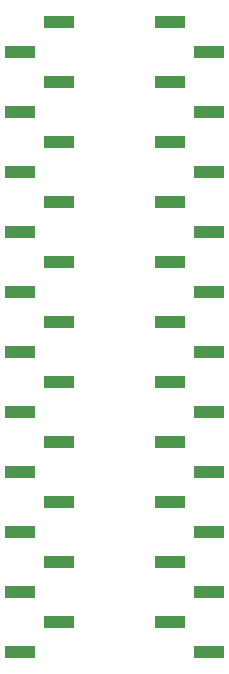
<source format=gbp>
G04 #@! TF.GenerationSoftware,KiCad,Pcbnew,9.0.6*
G04 #@! TF.CreationDate,2026-01-08T21:28:12-06:00*
G04 #@! TF.ProjectId,QFN-40_5x5_P0.4,51464e2d-3430-45f3-9578-355f50302e34,rev?*
G04 #@! TF.SameCoordinates,Original*
G04 #@! TF.FileFunction,Paste,Bot*
G04 #@! TF.FilePolarity,Positive*
%FSLAX46Y46*%
G04 Gerber Fmt 4.6, Leading zero omitted, Abs format (unit mm)*
G04 Created by KiCad (PCBNEW 9.0.6) date 2026-01-08 21:28:12*
%MOMM*%
%LPD*%
G01*
G04 APERTURE LIST*
%ADD10R,2.510000X1.000000*%
G04 APERTURE END LIST*
D10*
X131449000Y-108204000D03*
X131449000Y-82804000D03*
X128139000Y-85344000D03*
X131449000Y-87884000D03*
X128139000Y-90424000D03*
X131449000Y-92964000D03*
X128139000Y-95504000D03*
X131449000Y-98044000D03*
X128139000Y-100584000D03*
X131449000Y-103124000D03*
X128139000Y-105664000D03*
X128139000Y-110744000D03*
X131449000Y-113284000D03*
X128139000Y-115824000D03*
X131449000Y-118364000D03*
X128139000Y-120904000D03*
X131449000Y-123444000D03*
X128139000Y-125984000D03*
X131449000Y-128524000D03*
X128139000Y-131064000D03*
X131449000Y-133604000D03*
X128139000Y-136144000D03*
X140839000Y-82804000D03*
X144149000Y-85344000D03*
X140839000Y-87884000D03*
X144149000Y-90424000D03*
X140839000Y-92964000D03*
X144149000Y-95504000D03*
X140839000Y-98044000D03*
X144149000Y-100584000D03*
X140839000Y-103124000D03*
X144149000Y-105664000D03*
X140839000Y-108204000D03*
X144149000Y-110744000D03*
X140839000Y-113284000D03*
X144149000Y-115824000D03*
X140839000Y-118364000D03*
X144149000Y-120904000D03*
X140839000Y-123444000D03*
X144149000Y-125984000D03*
X140839000Y-128524000D03*
X144149000Y-131064000D03*
X140839000Y-133604000D03*
X144149000Y-136144000D03*
M02*

</source>
